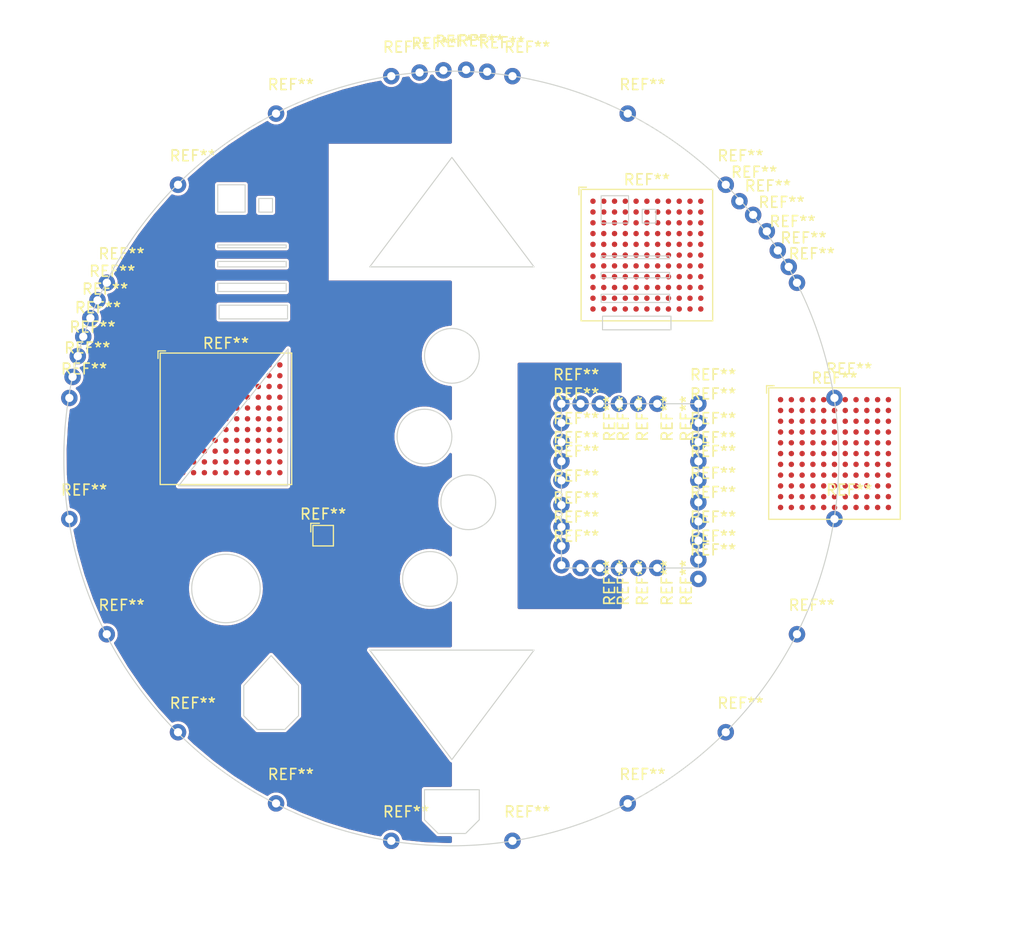
<source format=kicad_pcb>
(kicad_pcb (version 20210126) (generator pcbnew)
  (layers (0 "F.Cu" signal) (31 "B.Cu" signal) (34 "B.Paste" user) (35 "F.Paste" user) (36 "B.SilkS" user "B.Silkscreen") (37 "F.SilkS" user "F.Silkscreen") (38 "B.Mask" user) (39 "F.Mask" user) (44 "Edge.Cuts" user))
  (net 0 "")
  (footprint "digikey-footprints:PinHeader_1x2_P2.54mm" (layer "F.Cu") (at 35.56 29.718)
    (fp_text reference "REF**")
    (fp_text value " ")
  )
  (footprint "digikey-footprints:PinHeader_1x2_P2.54mm" (layer "F.Cu") (at -10.078777 31.019286)
    (fp_text reference "REF**")
    (fp_text value " ")
  )
  (footprint "digikey-footprints:PinHeader_1x2_P2.54mm" (layer "F.Cu") (at 31.019286 60.878777)
    (fp_text reference "REF**")
    (fp_text value " ")
  )
  (footprint "digikey-footprints:PinHeader_1x2_P2.54mm" (layer "F.Cu") (at 37.338 35.56 -90)
    (fp_text reference "REF**")
    (fp_text value " ")
  )
  (footprint "digikey-footprints:PinHeader_1x2_P2.54mm" (layer "F.Cu") (at 35.56 31.75)
    (fp_text reference "REF**")
    (fp_text value " ")
  )
  (footprint "digikey-footprints:PinHeader_1x2_P2.54mm" (layer "F.Cu") (at 28.6766 -10.4902)
    (fp_text reference "REF**")
    (fp_text value " ")
  )
  (footprint "digikey-footprints:PinHeader_1x2_P2.54mm" (layer "F.Cu") (at 35.56 27.432)
    (fp_text reference "REF**")
    (fp_text value " ")
  )
  (footprint "digikey-footprints:PinHeader_1x2_P2.54mm" (layer "F.Cu") (at 41.707804 57.405867)
    (fp_text reference "REF**")
    (fp_text value " ")
  )
  (footprint "digikey-footprints:PinHeader_1x2_P2.54mm" (layer "F.Cu") (at -7.4676 10.7188)
    (fp_text reference "REF**")
    (fp_text value " ")
  )
  (footprint "digikey-footprints:PinHeader_1x2_P2.54mm" (layer "F.Cu") (at 9.092196 57.405867)
    (fp_text reference "REF**")
    (fp_text value " ")
  )
  (footprint "digikey-footprints:PinHeader_1x2_P2.54mm" (layer "F.Cu") (at 42.672 20.32 -90)
    (fp_text reference "REF**")
    (fp_text value " ")
  )
  (footprint "digikey-footprints:PinHeader_1x2_P2.54mm" (layer "F.Cu") (at 38.608 20.32 -90)
    (fp_text reference "REF**")
    (fp_text value " ")
  )
  (footprint "digikey-footprints:PinHeader_1x2_P2.54mm" (layer "F.Cu") (at 56.642 7.62)
    (fp_text reference "REF**")
    (fp_text value " ")
  )
  (footprint "Package_BGA:BGA-121_12.0x12.0mm_Layout11x11_P1.0mm" (layer "F.Cu") (at 4.445 21.717)
    (fp_text reference "REF**")
    (fp_text value "BGA-121_12.0x12.0mm_Layout11x11_P1.0mm")
  )
  (footprint "digikey-footprints:PinHeader_1x2_P2.54mm" (layer "F.Cu") (at 26.7208 -10.668)
    (fp_text reference "REF**")
    (fp_text value " ")
  )
  (footprint "digikey-footprints:PinHeader_1x2_P2.54mm" (layer "F.Cu") (at 41.707804 -6.605867)
    (fp_text reference "REF**")
    (fp_text value " ")
  )
  (footprint "digikey-footprints:PinHeader_1x2_P2.54mm" (layer "F.Cu") (at -10.078777 19.780714)
    (fp_text reference "REF**")
    (fp_text value " ")
  )
  (footprint "digikey-footprints:PinHeader_1x2_P2.54mm" (layer "F.Cu") (at 35.56 26.162)
    (fp_text reference "REF**")
    (fp_text value " ")
  )
  (footprint "digikey-footprints:PinHeader_1x2_P2.54mm" (layer "F.Cu") (at 57.405867 41.707804)
    (fp_text reference "REF**")
    (fp_text value " ")
  )
  (footprint "digikey-footprints:PinHeader_1x2_P2.54mm" (layer "F.Cu") (at -8.128 12.3698)
    (fp_text reference "REF**")
    (fp_text value " ")
  )
  (footprint "Package_BGA:BGA-121_12.0x12.0mm_Layout11x11_P1.0mm" (layer "F.Cu") (at 43.4848 6.5278)
    (fp_text reference "REF**")
    (fp_text value "BGA-121_12.0x12.0mm_Layout11x11_P1.0mm")
  )
  (footprint "digikey-footprints:PinHeader_1x2_P2.54mm" (layer "F.Cu") (at 53.34 2.794)
    (fp_text reference "REF**")
    (fp_text value " ")
  )
  (footprint "digikey-footprints:PinHeader_1x2_P2.54mm" (layer "F.Cu") (at 19.780714 -10.078777)
    (fp_text reference "REF**")
    (fp_text value " ")
  )
  (footprint "digikey-footprints:PinHeader_1x2_P2.54mm" (layer "F.Cu") (at -6.605867 9.092196)
    (fp_text reference "REF**")
    (fp_text value " ")
  )
  (footprint "digikey-footprints:PinHeader_1x2_P2.54mm" (layer "F.Cu") (at 60.878777 19.780714)
    (fp_text reference "REF**")
    (fp_text value " ")
  )
  (footprint "digikey-footprints:PinHeader_1x2_P2.54mm" (layer "F.Cu") (at 48.26 33.528)
    (fp_text reference "REF**")
    (fp_text value " ")
  )
  (footprint "digikey-footprints:PinHeader_1x2_P2.54mm" (layer "F.Cu") (at 50.8 0)
    (fp_text reference "REF**")
    (fp_text value " ")
  )
  (footprint "digikey-footprints:PinHeader_1x2_P2.54mm" (layer "F.Cu") (at 48.26 36.576)
    (fp_text reference "REF**")
    (fp_text value " ")
  )
  (footprint "digikey-footprints:PinHeader_1x2_P2.54mm" (layer "F.Cu") (at 35.56 24.384)
    (fp_text reference "REF**")
    (fp_text value " ")
  )
  (footprint "digikey-footprints:PinHeader_1x2_P2.54mm" (layer "F.Cu") (at 38.608 35.56 -90)
    (fp_text reference "REF**")
    (fp_text value " ")
  )
  (footprint "digikey-footprints:PinHeader_1x2_P2.54mm" (layer "F.Cu") (at 9.092196 -6.605867)
    (fp_text reference "REF**")
    (fp_text value " ")
  )
  (footprint "digikey-footprints:PinHeader_1x2_P2.54mm" (layer "F.Cu") (at -9.779 17.8308)
    (fp_text reference "REF**")
    (fp_text value " ")
  )
  (footprint "digikey-footprints:PinHeader_1x2_P2.54mm" (layer "F.Cu") (at 50.8 50.8)
    (fp_text reference "REF**")
    (fp_text value " ")
  )
  (footprint "digikey-footprints:PinHeader_1x2_P2.54mm" (layer "F.Cu") (at -8.7884 14.097)
    (fp_text reference "REF**")
    (fp_text value " ")
  )
  (footprint "digikey-footprints:PinHeader_1x2_P2.54mm" (layer "F.Cu") (at 48.26 22.098)
    (fp_text reference "REF**")
    (fp_text value " ")
  )
  (footprint "digikey-footprints:PinHeader_1x2_P2.54mm" (layer "F.Cu") (at 31.019286 -10.078777)
    (fp_text reference "REF**")
    (fp_text value " ")
  )
  (footprint "digikey-footprints:PinHeader_1x2_P2.54mm" (layer "F.Cu") (at 48.26 35.306)
    (fp_text reference "REF**")
    (fp_text value " ")
  )
  (footprint "digikey-footprints:PinHeader_1x2_P2.54mm" (layer "F.Cu") (at 0 0)
    (fp_text reference "REF**")
    (fp_text value " ")
  )
  (footprint "digikey-footprints:PinHeader_1x2_P2.54mm" (layer "F.Cu") (at 44.45 35.56 -90)
    (fp_text reference "REF**")
    (fp_text value " ")
  )
  (footprint "digikey-footprints:PinHeader_1x2_P2.54mm" (layer "F.Cu") (at 37.338 20.32 -90)
    (fp_text reference "REF**")
    (fp_text value " ")
  )
  (footprint "digikey-footprints:PinHeader_1x2_P2.54mm" (layer "F.Cu") (at 0 50.8)
    (fp_text reference "REF**")
    (fp_text value " ")
  )
  (footprint "digikey-footprints:PinHeader_1x2_P2.54mm" (layer "F.Cu") (at 40.386 35.56 -90)
    (fp_text reference "REF**")
    (fp_text value " ")
  )
  (footprint "digikey-footprints:PinHeader_1x2_P2.54mm" (layer "F.Cu") (at 35.56 33.528)
    (fp_text reference "REF**")
    (fp_text value " ")
  )
  (footprint "digikey-footprints:PinHeader_1x2_P2.54mm" (layer "F.Cu") (at 24.6126 -10.6172)
    (fp_text reference "REF**")
    (fp_text value " ")
  )
  (footprint "digikey-footprints:PinHeader_1x2_P2.54mm" (layer "F.Cu") (at 57.405867 9.092196)
    (fp_text reference "REF**")
    (fp_text value " ")
  )
  (footprint "digikey-footprints:PinHeader_1x2_P2.54mm" (layer "F.Cu") (at 48.26 20.32)
    (fp_text reference "REF**")
    (fp_text value " ")
  )
  (footprint "digikey-footprints:PinHeader_1x2_P2.54mm" (layer "F.Cu") (at 19.780714 60.878777)
    (fp_text reference "REF**")
    (fp_text value " ")
  )
  (footprint "digikey-footprints:PinHeader_1x2_P2.54mm" (layer "F.Cu") (at 35.56 20.32)
    (fp_text reference "REF**")
    (fp_text value " ")
  )
  (footprint "digikey-footprints:PinHeader_1x2_P2.54mm" (layer "F.Cu") (at 44.45 20.32 -90)
    (fp_text reference "REF**")
    (fp_text value " ")
  )
  (footprint "digikey-footprints:PinHeader_1x2_P2.54mm" (layer "F.Cu") (at 22.4028 -10.414)
    (fp_text reference "REF**")
    (fp_text value " ")
  )
  (footprint "digikey-footprints:PinHeader_1x2_P2.54mm" (layer "F.Cu") (at 54.61 4.318)
    (fp_text reference "REF**")
    (fp_text value " ")
  )
  (footprint "digikey-footprints:PinHeader_1x2_P2.54mm" (layer "F.Cu") (at -9.2964 15.9004)
    (fp_text reference "REF**")
    (fp_text value " ")
  )
  (footprint "digikey-footprints:PinHeader_1x2_P2.54mm" (layer "F.Cu") (at 35.56 35.306)
    (fp_text reference "REF**")
    (fp_text value " ")
  )
  (footprint "digikey-footprints:PinHeader_1x2_P2.54mm" (layer "F.Cu") (at 60.878777 31.019286)
    (fp_text reference "REF**")
    (fp_text value " ")
  )
  (footprint "digikey-footprints:PinHeader_1x2_P2.54mm" (layer "F.Cu") (at 35.56 22.098)
    (fp_text reference "REF**")
    (fp_text value " ")
  )
  (footprint "digikey-footprints:PinHeader_1x2_P2.54mm" (layer "F.Cu") (at 40.386 20.32 -90)
    (fp_text reference "REF**")
    (fp_text value " ")
  )
  (footprint "digikey-footprints:PinHeader_1x2_P2.54mm" (layer "F.Cu") (at 48.26 27.432)
    (fp_text reference "REF**")
    (fp_text value " ")
  )
  (footprint "digikey-footprints:PinHeader_1x2_P2.54mm" (layer "F.Cu") (at -6.605867 41.707804)
    (fp_text reference "REF**")
    (fp_text value " ")
  )
  (footprint "digikey-footprints:PinHeader_1x2_P2.54mm" (layer "F.Cu") (at 42.672 35.56 -90)
    (fp_text reference "REF**")
    (fp_text value " ")
  )
  (footprint "digikey-footprints:PinHeader_1x2_P2.54mm" (layer "F.Cu") (at 55.626 6.096)
    (fp_text reference "REF**")
    (fp_text value " ")
  )
  (footprint "Package_BGA:BGA-9_1.6x1.6mm_Layout3x3_P0.5mm" (layer "F.Cu") (at 13.462 32.5628)
    (fp_text reference "REF**")
    (fp_text value "BGA-9_1.6x1.6mm_Layout3x3_P0.5mm")
  )
  (footprint "Package_BGA:BGA-121_12.0x12.0mm_Layout11x11_P1.0mm" (layer "F.Cu") (at 60.8838 24.9428)
    (fp_text reference "REF**")
    (fp_text value "BGA-121_12.0x12.0mm_Layout11x11_P1.0mm")
  )
  (footprint "digikey-footprints:PinHeader_1x2_P2.54mm" (layer "F.Cu") (at 48.26 29.464)
    (fp_text reference "REF**")
    (fp_text value " ")
  )
  (footprint "digikey-footprints:PinHeader_1x2_P2.54mm" (layer "F.Cu") (at 52.07 1.524)
    (fp_text reference "REF**")
    (fp_text value " ")
  )
  (footprint "digikey-footprints:PinHeader_1x2_P2.54mm" (layer "F.Cu") (at 48.26 31.242)
    (fp_text reference "REF**")
    (fp_text value " ")
  )
  (footprint "digikey-footprints:PinHeader_1x2_P2.54mm" (layer "F.Cu") (at 48.26 26.162)
    (fp_text reference "REF**")
    (fp_text value " ")
  )
  (footprint "digikey-footprints:PinHeader_1x2_P2.54mm" (layer "F.Cu") (at 48.26 24.384)
    (fp_text reference "REF**")
    (fp_text value " ")
  )
  (gr_poly (pts (xy 17.78 43.18) (xy 33.02 43.18) (xy 25.4 53.34)) (layer "Edge.Cuts") (width 0.1) (fill none))
  (gr_rect (start 7.493 1.27) (end 8.763 2.54) (layer "Edge.Cuts") (width 0.1) (fill none))
  (gr_rect (start 39.243 8.128) (end 45.593 8.636) (layer "Edge.Cuts") (width 0.1) (fill none))
  (gr_rect (start 3.683 9.144) (end 10.033 9.906) (layer "Edge.Cuts") (width 0.1) (fill none))
  (gr_rect (start 3.683 0) (end 6.223 2.54) (layer "Edge.Cuts") (width 0.1) (fill none))
  (gr_circle (center 22.86 23.368) (end 25.4 23.368) (layer "Edge.Cuts") (width 0.1) (fill none))
  (gr_circle (center 25.4 15.875) (end 27.94 15.875) (layer "Edge.Cuts") (width 0.1) (fill none))
  (gr_rect (start 3.81 11.176) (end 10.16 12.446) (layer "Edge.Cuts") (width 0.1) (fill none))
  (gr_rect (start 39.243 10.16) (end 45.593 10.922) (layer "Edge.Cuts") (width 0.1) (fill none))
  (gr_rect (start 39.243 1.016) (end 41.783 3.556) (layer "Edge.Cuts") (width 0.1) (fill none))
  (gr_poly (pts (xy 33.02 7.62) (xy 17.78 7.62) (xy 25.4 -2.54)) (layer "Edge.Cuts") (width 0.1) (fill none))
  (gr_circle (center 25.3492 25.4) (end 61.2902 25.4) (layer "Edge.Cuts") (width 0.1) (fill none))
  (gr_poly (pts (xy 27.94 56.134) (xy 27.94 58.928) (xy 26.67 60.198) (xy 24.13 60.198) (xy 22.86 58.928) (xy 22.86 56.134) (xy 25.4 56.134)) (layer "Edge.Cuts") (width 0.1) (fill none))
  (gr_poly (pts (xy 11.176 46.482) (xy 11.176 49.276) (xy 9.906 50.546) (xy 7.366 50.546) (xy 6.096 49.276) (xy 6.096 46.482) (xy 8.636 43.688)) (layer "Edge.Cuts") (width 0.1) (fill none))
  (gr_rect (start 3.683 7.112) (end 10.033 7.62) (layer "Edge.Cuts") (width 0.1) (fill none))
  (gr_rect (start 39.243 6.604) (end 45.593 6.858) (layer "Edge.Cuts") (width 0.1) (fill none))
  (gr_circle (center 4.445 37.465) (end 4.445 40.64) (layer "Edge.Cuts") (width 0.1) (fill none))
  (gr_rect (start 3.683 5.588) (end 10.033 5.842) (layer "Edge.Cuts") (width 0.1) (fill none))
  (gr_circle (center 26.924 29.464) (end 29.464 29.464) (layer "Edge.Cuts") (width 0.1) (fill none))
  (gr_rect (start 43.053 2.286) (end 44.323 3.556) (layer "Edge.Cuts") (width 0.1) (fill none))
  (gr_rect (start 39.37 12.192) (end 45.72 13.462) (layer "Edge.Cuts") (width 0.1) (fill none))
  (gr_poly (pts (xy 10.16 27.94) (xy 0.0508 27.94) (xy 10.2108 15.24)) (layer "Edge.Cuts") (width 0.1) (fill none))
  (gr_circle (center 23.368 36.576) (end 25.908 36.576) (layer "Edge.Cuts") (width 0.1) (fill none))
  (gr_rect (start 35.56 20.32) (end 48.26 35.56) (layer "Edge.Cuts") (width 0.1) (fill none))
  (zone (net 0) (net_name "") (layer "F.Cu") (connect_pads (clearance 0.254)) (min_thickness 0.254) (fill yes (thermal_gap 0.254) (thermal_bridge_width 0.254))
    (polygon (pts (xy 25.4 71.12) (xy -16.51 71.12) (xy -16.51 -17.145) (xy 25.4 -17.145)))
  )
  (zone (net 0) (net_name "") (layer "F.Cu") (connect_pads (clearance 0)) (min_thickness 0.254)
    (keepout (tracks not_allowed) (vias not_allowed) (pads not_allowed) (copperpour not_allowed) (footprints allowed))
    (fill (thermal_gap 0.508) (thermal_bridge_width 0.508))
    (polygon (pts (xy 36.83 8.89) (xy 13.97 8.89) (xy 13.97 -3.81) (xy 36.83 -3.81)))
  )
  (zone (net 0) (net_name "") (layer "F.Cu") (connect_pads (clearance 0.254)) (min_thickness 0.254) (fill yes (thermal_gap 0.254) (thermal_bridge_width 0.254))
    (polygon (pts (xy 41.148 39.37) (xy 31.496 39.37) (xy 31.496 16.51) (xy 41.148 16.51)))
  )
  (zone (net 0) (net_name "") (layer "B.Cu") (connect_pads (clearance 0)) (min_thickness 0.254)
    (keepout (tracks not_allowed) (vias not_allowed) (pads not_allowed) (copperpour not_allowed) (footprints allowed))
    (fill (thermal_gap 0.508) (thermal_bridge_width 0.508))
    (polygon (pts (xy 36.83 -3.81) (xy 13.97 -3.81) (xy 13.97 8.89) (xy 36.83 8.89)))
  )
  (zone (net 0) (net_name "") (layer "B.Cu") (connect_pads (clearance 0.254)) (min_thickness 0.254) (fill yes (thermal_gap 0.254) (thermal_bridge_width 0.254))
    (polygon (pts (xy 41.148 16.51) (xy 31.496 16.51) (xy 31.496 39.37) (xy 41.148 39.37)))
  )
  (zone (net 0) (net_name "") (layer "B.Cu") (connect_pads (clearance 0.254)) (min_thickness 0.254) (fill yes (thermal_gap 0.254) (thermal_bridge_width 0.254))
    (polygon (pts (xy 25.4 -17.145) (xy -16.51 -17.145) (xy -16.51 71.12) (xy 25.4 71.12)))
  )
)
</source>
